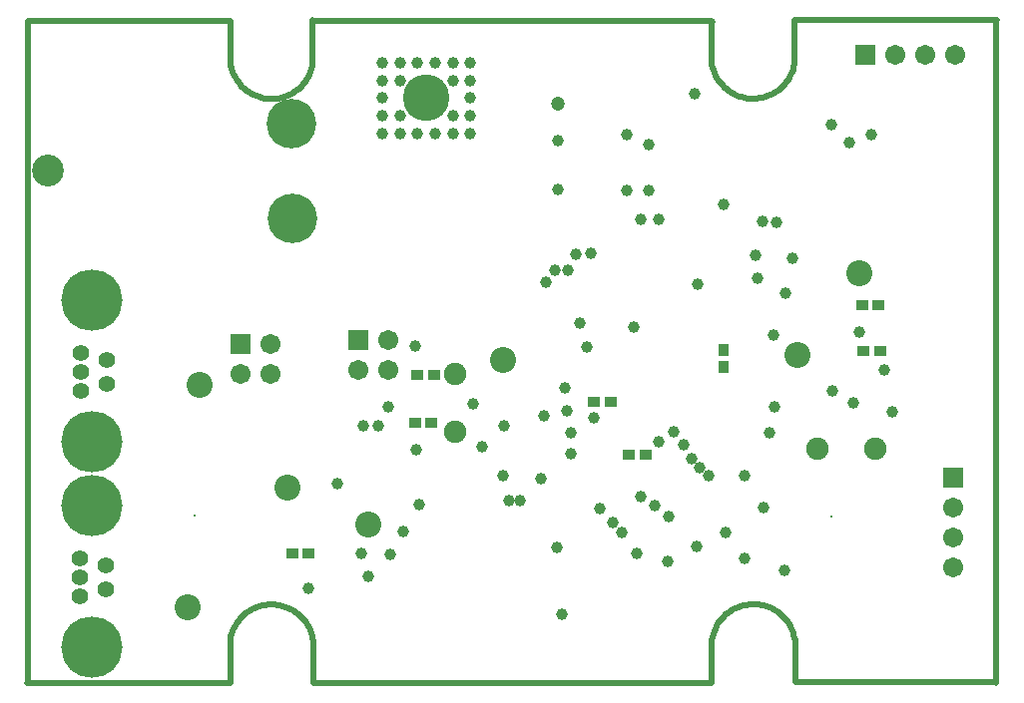
<source format=gbs>
%FSTAX24Y24*%
%MOIN*%
%SFA1B1*%

%IPPOS*%
%ADD37C,0.019700*%
%ADD59R,0.043400X0.038000*%
%ADD71R,0.038000X0.043400*%
%ADD81R,0.067100X0.067100*%
%ADD82C,0.067100*%
%ADD83R,0.067100X0.067100*%
%ADD84C,0.074900*%
%ADD85C,0.086700*%
%ADD86C,0.165500*%
%ADD87C,0.055200*%
%ADD88C,0.204900*%
%ADD89C,0.008000*%
%ADD90C,0.039500*%
%ADD91C,0.047400*%
%ADD92C,0.106400*%
%ADD93C,0.155600*%
%LNaddl-1*%
%LPD*%
G54D37*
X0361Y019877D02*
D01*
X036085Y019973*
X036063Y020068*
X036035Y020162*
X036001Y020253*
X03596Y020341*
X035914Y020427*
X035861Y020509*
X035803Y020587*
X035739Y020661*
X035671Y020731*
X035597Y020795*
X03552Y020854*
X035438Y020908*
X035353Y020956*
X035265Y020998*
X035174Y021033*
X035081Y021062*
X034986Y021085*
X03489Y0211*
X034793Y02111*
X034695Y021112*
X034598Y021107*
X034501Y021096*
X034405Y021078*
X034311Y021053*
X034219Y021022*
X034129Y020985*
X034041Y020941*
X033957Y020891*
X033877Y020836*
X033801Y020775*
X033729Y020709*
X033662Y020638*
X033601Y020562*
X033544Y020483*
X033493Y020399*
X033449Y020313*
X03341Y020223*
X033378Y020131*
X033352Y020037*
X033333Y019941*
X033327Y0199*
X05219Y019906D02*
D01*
X052173Y020002*
X05215Y020097*
X052121Y02019*
X052085Y020281*
X052043Y020369*
X051995Y020454*
X051941Y020536*
X051881Y020613*
X051816Y020686*
X051746Y020755*
X051672Y020818*
X051594Y020876*
X051511Y020929*
X051425Y020975*
X051336Y021016*
X051245Y02105*
X051151Y021077*
X051055Y021098*
X050959Y021113*
X050861Y02112*
X050764Y021121*
X050666Y021115*
X050569Y021102*
X050473Y021083*
X050379Y021056*
X050287Y021024*
X050198Y020985*
X050111Y02094*
X050028Y020888*
X049948Y020832*
X049873Y020769*
X049802Y020702*
X049736Y02063*
X049675Y020553*
X04962Y020473*
X04957Y020388*
X049527Y020301*
X04949Y020211*
X049459Y020118*
X049434Y020023*
X049417Y019929*
X0494Y039257D02*
D01*
X049414Y03916*
X049436Y039065*
X049464Y038971*
X049498Y03888*
X049539Y038792*
X049585Y038706*
X049638Y038624*
X049696Y038546*
X04976Y038472*
X049828Y038402*
X049902Y038338*
X049979Y038279*
X050061Y038225*
X050146Y038177*
X050234Y038135*
X050325Y0381*
X050418Y038071*
X050513Y038048*
X050609Y038033*
X050706Y038023*
X050804Y038021*
X050901Y038026*
X050998Y038037*
X051094Y038055*
X051188Y03808*
X05128Y038111*
X05137Y038148*
X051458Y038192*
X051542Y038242*
X051622Y038297*
X051698Y038358*
X05177Y038424*
X051837Y038495*
X051898Y038571*
X051955Y03865*
X052006Y038734*
X05205Y03882*
X052089Y03891*
X052121Y039002*
X052147Y039096*
X052166Y039192*
X052174Y039234*
X033361Y0391D02*
D01*
X033384Y039006*
X033414Y038914*
X03345Y038825*
X033493Y038739*
X033541Y038655*
X033595Y038575*
X033655Y0385*
X033719Y038428*
X033789Y038361*
X033863Y0383*
X033941Y038243*
X034023Y038192*
X034108Y038147*
X034196Y038108*
X034287Y038075*
X034379Y038049*
X034474Y038029*
X034569Y038016*
X034665Y038009*
X034762Y03801*
X034858Y038017*
X034953Y03803*
X035047Y03805*
X03514Y038077*
X035231Y03811*
X035318Y03815*
X035403Y038195*
X035485Y038246*
X035563Y038303*
X035637Y038365*
X035706Y038432*
X03577Y038504*
X035829Y03858*
X035883Y03866*
X035931Y038744*
X035973Y038831*
X036009Y03892*
X036039Y039012*
X036062Y039105*
X03607Y039147*
X02657Y018497D02*
Y040607D01*
X02655Y018477D02*
X02657Y018497D01*
X02655Y018477D02*
X03333D01*
Y018497D02*
Y019837D01*
X0361Y018477D02*
Y019837D01*
Y018477D02*
X04942D01*
Y019887*
X05219Y018517D02*
Y019887D01*
Y018517D02*
X05892D01*
X05889D02*
X05892Y018487D01*
Y040627*
X05893Y040637*
X05216D02*
X05893D01*
X05216Y039167D02*
Y040647D01*
X04941Y039167D02*
X04942Y039157D01*
X04941Y039167D02*
Y040627D01*
X0494D02*
X04945Y040577D01*
X03607Y040627D02*
X0494D01*
X03607Y039137D02*
Y040657D01*
X03334Y039097D02*
Y040607D01*
X02659D02*
X03334D01*
G54D59*
X054474Y029578D03*
X055024D03*
X054983Y03111D03*
X054433D03*
X039488Y02719D03*
X040038D03*
X039579Y02879D03*
X040129D03*
X047195Y026119D03*
X046645D03*
X046032Y027902D03*
X045482D03*
X035939Y022806D03*
X035389D03*
G54D71*
X049807Y02906D03*
Y02961D03*
G54D81*
X057484Y025346D03*
X037602Y029947D03*
X033665Y029829D03*
G54D82*
X057484Y024346D03*
Y023346D03*
Y022346D03*
X038602Y029947D03*
X037602Y028947D03*
X038602D03*
X055532Y03948D03*
X056532D03*
X057531D03*
X034665Y029829D03*
X033665Y028829D03*
X034665D03*
G54D83*
X054531Y03948D03*
G54D84*
X04085Y028817D03*
Y026896D03*
X054872Y026305D03*
X052951D03*
G54D85*
X054335Y032197D03*
X03524Y025012D03*
X037922Y023774D03*
X032307Y028457D03*
X042446Y02929D03*
X052268Y029468D03*
X031897Y021026D03*
G54D86*
X035379Y037174D03*
X035389Y034014D03*
G54D87*
X02832Y022647D03*
X02918Y021617D03*
X02832Y022017D03*
Y021387D03*
X02918Y022417D03*
X029197Y02929D03*
X028337Y02826D03*
Y02889D03*
X029197Y02849D03*
X028337Y02952D03*
G54D88*
X0287Y024407D03*
Y019687D03*
X028717Y02656D03*
Y03128D03*
G54D89*
X032142Y024071D03*
X053402Y024051D03*
G54D90*
X044406Y020789D03*
X047937Y022551D03*
X047957Y024036D03*
X050496Y022639D03*
X037759Y027079D03*
X037701Y022806D03*
X038685Y022796D03*
X039112Y023552D03*
X053437Y028266D03*
X042622Y024575D03*
X047489Y024421D03*
X048454Y026466D03*
X047051Y024717D03*
X042425Y025408D03*
X043705Y025307D03*
X044266Y03499D03*
X046569Y034953D03*
X047287D03*
X03954Y026291D03*
X039488Y02974D03*
X038587Y027722D03*
X048921Y031803D03*
X054728Y036823D03*
X046092Y023864D03*
X05148Y030111D03*
X044492Y028358D03*
X054335Y030226D03*
X055171Y028947D03*
X036913Y025167D03*
X044271Y036626D03*
X048823Y038201D03*
X046559Y036823D03*
X04902Y025701D03*
X049309Y025406D03*
X049807Y034502D03*
X043016Y024574D03*
X044689Y026847D03*
Y026152D03*
X041736Y02639D03*
X041441Y02783D03*
X043803Y027404D03*
X045003Y030524D03*
X045673Y024323D03*
X045253Y029715D03*
X048134Y026882D03*
X044177Y032295D03*
X046815Y030398D03*
X050496Y025406D03*
X044583Y027601D03*
X048724Y025996D03*
X047642Y02656D03*
X051087Y033919D03*
X044866Y032833D03*
X043882Y031896D03*
X045378Y032848D03*
X04461Y032294D03*
X047031Y033969D03*
X047622Y033994D03*
X042457Y027088D03*
X047289Y036478D03*
X051874Y031508D03*
X052103Y032689D03*
X050929Y032029D03*
X05156Y033898D03*
X050877Y032787D03*
X053997Y036566D03*
X039642Y024453D03*
X048895Y023043D03*
X049884Y02351D03*
X045464Y027349D03*
X05342Y03715D03*
X054153Y027838D03*
X041351Y036855D03*
Y037445D03*
Y038036D03*
Y038627D03*
Y039217D03*
X04076Y038627D03*
Y037445D03*
Y036855D03*
X040169D03*
X039579D03*
X038988D03*
Y037445D03*
Y038627D03*
X04076Y039217D03*
X040169D03*
X039579D03*
X038988D03*
X038398Y038627D03*
Y038036D03*
Y037445D03*
Y036855D03*
Y039217D03*
X03594Y021665D03*
X055446Y02755D03*
X051837Y022266D03*
X0515Y027724D03*
X051325Y026847D03*
X051135Y024362D03*
X046891Y022824D03*
X046403Y023535D03*
X044251Y023018D03*
X037941Y022052D03*
X038263Y027079D03*
G54D91*
X044271Y037854D03*
G54D92*
X02723Y035607D03*
G54D93*
X039874Y038036D03*
M02*
</source>
